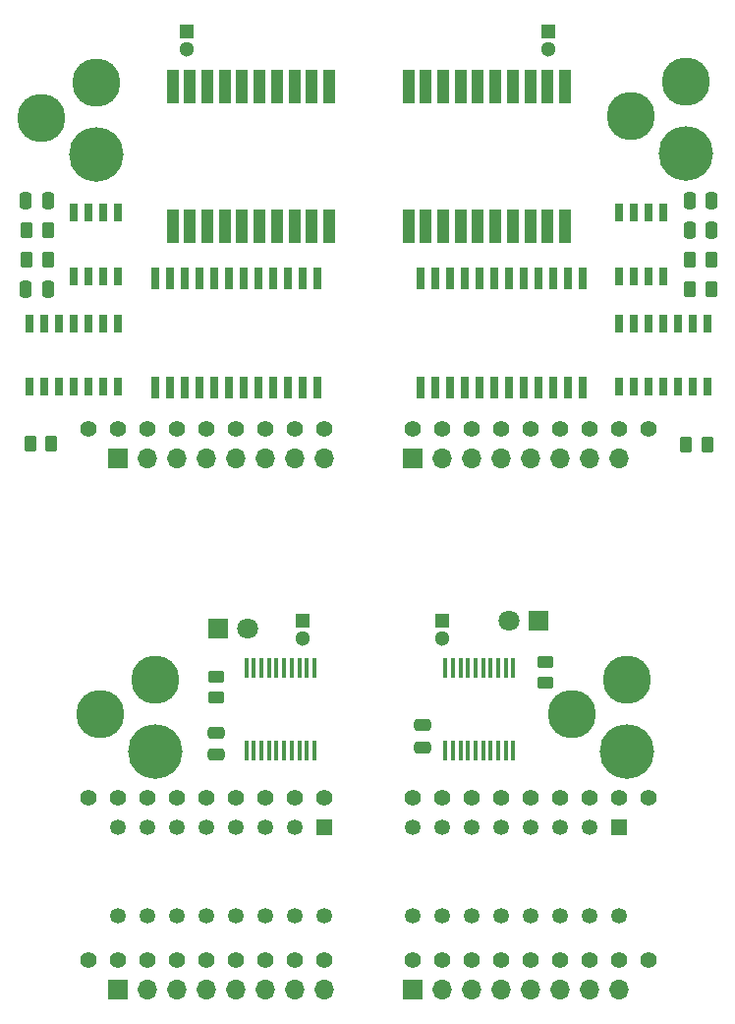
<source format=gbr>
%TF.GenerationSoftware,KiCad,Pcbnew,(6.0.5)*%
%TF.CreationDate,2022-08-15T12:20:47+02:00*%
%TF.ProjectId,Bus Tester,42757320-5465-4737-9465-722e6b696361,rev?*%
%TF.SameCoordinates,Original*%
%TF.FileFunction,Soldermask,Top*%
%TF.FilePolarity,Negative*%
%FSLAX46Y46*%
G04 Gerber Fmt 4.6, Leading zero omitted, Abs format (unit mm)*
G04 Created by KiCad (PCBNEW (6.0.5)) date 2022-08-15 12:20:47*
%MOMM*%
%LPD*%
G01*
G04 APERTURE LIST*
G04 Aperture macros list*
%AMRoundRect*
0 Rectangle with rounded corners*
0 $1 Rounding radius*
0 $2 $3 $4 $5 $6 $7 $8 $9 X,Y pos of 4 corners*
0 Add a 4 corners polygon primitive as box body*
4,1,4,$2,$3,$4,$5,$6,$7,$8,$9,$2,$3,0*
0 Add four circle primitives for the rounded corners*
1,1,$1+$1,$2,$3*
1,1,$1+$1,$4,$5*
1,1,$1+$1,$6,$7*
1,1,$1+$1,$8,$9*
0 Add four rect primitives between the rounded corners*
20,1,$1+$1,$2,$3,$4,$5,0*
20,1,$1+$1,$4,$5,$6,$7,0*
20,1,$1+$1,$6,$7,$8,$9,0*
20,1,$1+$1,$8,$9,$2,$3,0*%
G04 Aperture macros list end*
%ADD10R,0.650000X1.550000*%
%ADD11RoundRect,0.250000X-0.475000X0.250000X-0.475000X-0.250000X0.475000X-0.250000X0.475000X0.250000X0*%
%ADD12R,0.650000X1.925000*%
%ADD13RoundRect,0.250000X0.262500X0.450000X-0.262500X0.450000X-0.262500X-0.450000X0.262500X-0.450000X0*%
%ADD14C,1.400000*%
%ADD15R,1.300000X1.300000*%
%ADD16C,1.300000*%
%ADD17C,4.700000*%
%ADD18C,4.150000*%
%ADD19RoundRect,0.250000X-0.250000X-0.475000X0.250000X-0.475000X0.250000X0.475000X-0.250000X0.475000X0*%
%ADD20RoundRect,0.250000X-0.262500X-0.450000X0.262500X-0.450000X0.262500X0.450000X-0.262500X0.450000X0*%
%ADD21R,0.450000X1.800000*%
%ADD22RoundRect,0.250000X0.450000X-0.262500X0.450000X0.262500X-0.450000X0.262500X-0.450000X-0.262500X0*%
%ADD23R,1.800000X1.800000*%
%ADD24C,1.800000*%
%ADD25RoundRect,0.250000X0.250000X0.475000X-0.250000X0.475000X-0.250000X-0.475000X0.250000X-0.475000X0*%
%ADD26R,1.000000X3.000000*%
%ADD27R,1.350000X1.350000*%
%ADD28C,1.350000*%
%ADD29R,1.700000X1.700000*%
%ADD30O,1.700000X1.700000*%
G04 APERTURE END LIST*
D10*
%TO.C,IC8*%
X68580000Y-50667500D03*
X69850000Y-50667500D03*
X71120000Y-50667500D03*
X72390000Y-50667500D03*
X73660000Y-50667500D03*
X74930000Y-50667500D03*
X76200000Y-50667500D03*
X76200000Y-45217500D03*
X74930000Y-45217500D03*
X73660000Y-45217500D03*
X72390000Y-45217500D03*
X71120000Y-45217500D03*
X69850000Y-45217500D03*
X68580000Y-45217500D03*
%TD*%
D11*
%TO.C,C3*%
X51625500Y-79774500D03*
X51625500Y-81674500D03*
%TD*%
D12*
%TO.C,IC6*%
X51435000Y-50749500D03*
X52705000Y-50749500D03*
X53975000Y-50749500D03*
X55245000Y-50749500D03*
X56515000Y-50749500D03*
X57785000Y-50749500D03*
X59055000Y-50749500D03*
X60325000Y-50749500D03*
X61595000Y-50749500D03*
X62865000Y-50749500D03*
X64135000Y-50749500D03*
X65405000Y-50749500D03*
X65405000Y-41325500D03*
X64135000Y-41325500D03*
X62865000Y-41325500D03*
X61595000Y-41325500D03*
X60325000Y-41325500D03*
X59055000Y-41325500D03*
X57785000Y-41325500D03*
X56515000Y-41325500D03*
X55245000Y-41325500D03*
X53975000Y-41325500D03*
X52705000Y-41325500D03*
X51435000Y-41325500D03*
%TD*%
D13*
%TO.C,R6*%
X19327500Y-37157500D03*
X17502500Y-37157500D03*
%TD*%
D14*
%TO.C,RN1*%
X22860000Y-100012500D03*
X25400000Y-100012500D03*
X27940000Y-100012500D03*
X30480000Y-100012500D03*
X33020000Y-100012500D03*
X35560000Y-100012500D03*
X38100000Y-100012500D03*
X40640000Y-100012500D03*
X43180000Y-100012500D03*
%TD*%
D15*
%TO.C,C7*%
X31305500Y-20066000D03*
D16*
X31305500Y-21566000D03*
%TD*%
D10*
%TO.C,IC3*%
X21590000Y-41142500D03*
X22860000Y-41142500D03*
X24130000Y-41142500D03*
X25400000Y-41142500D03*
X25400000Y-35692500D03*
X24130000Y-35692500D03*
X22860000Y-35692500D03*
X21590000Y-35692500D03*
%TD*%
D17*
%TO.C,J8*%
X74295000Y-30594300D03*
D18*
X69595000Y-27394300D03*
X74295000Y-24394300D03*
%TD*%
D19*
%TO.C,C10*%
X74631000Y-37147500D03*
X76531000Y-37147500D03*
%TD*%
D20*
%TO.C,R5*%
X17502500Y-39677500D03*
X19327500Y-39677500D03*
%TD*%
D21*
%TO.C,IC2*%
X53590000Y-81972500D03*
X54240000Y-81972500D03*
X54890000Y-81972500D03*
X55540000Y-81972500D03*
X56190000Y-81972500D03*
X56840000Y-81972500D03*
X57490000Y-81972500D03*
X58140000Y-81972500D03*
X58790000Y-81972500D03*
X59440000Y-81972500D03*
X59440000Y-74872500D03*
X58790000Y-74872500D03*
X58140000Y-74872500D03*
X57490000Y-74872500D03*
X56840000Y-74872500D03*
X56190000Y-74872500D03*
X55540000Y-74872500D03*
X54890000Y-74872500D03*
X54240000Y-74872500D03*
X53590000Y-74872500D03*
%TD*%
D20*
%TO.C,R8*%
X74335000Y-55616000D03*
X76160000Y-55616000D03*
%TD*%
D19*
%TO.C,C9*%
X74631000Y-34607500D03*
X76531000Y-34607500D03*
%TD*%
D22*
%TO.C,R1*%
X33835500Y-77430000D03*
X33835500Y-75605000D03*
%TD*%
D17*
%TO.C,J4*%
X69215000Y-82029300D03*
D18*
X64515000Y-78829300D03*
X69215000Y-75829300D03*
%TD*%
D23*
%TO.C,LED1*%
X61595000Y-70802500D03*
D24*
X59055000Y-70802500D03*
%TD*%
D22*
%TO.C,R2*%
X62220000Y-76160000D03*
X62220000Y-74335000D03*
%TD*%
D25*
%TO.C,C5*%
X19349000Y-42227500D03*
X17449000Y-42227500D03*
%TD*%
D26*
%TO.C,DS3*%
X30080000Y-36797500D03*
X31580000Y-36797500D03*
X33080000Y-36797500D03*
X34580000Y-36797500D03*
X36080000Y-36797500D03*
X37580000Y-36797500D03*
X39080000Y-36797500D03*
X40580000Y-36797500D03*
X42080000Y-36797500D03*
X43580000Y-36797500D03*
X43580000Y-24797500D03*
X42080000Y-24797500D03*
X40580000Y-24797500D03*
X39080000Y-24797500D03*
X37580000Y-24797500D03*
X36080000Y-24797500D03*
X34580000Y-24797500D03*
X33080000Y-24797500D03*
X31580000Y-24797500D03*
X30080000Y-24797500D03*
%TD*%
D14*
%TO.C,RN7*%
X22860000Y-54292500D03*
X25400000Y-54292500D03*
X27940000Y-54292500D03*
X30480000Y-54292500D03*
X33020000Y-54292500D03*
X35560000Y-54292500D03*
X38100000Y-54292500D03*
X40640000Y-54292500D03*
X43180000Y-54292500D03*
%TD*%
%TO.C,RN10*%
X50800000Y-54292500D03*
X53340000Y-54292500D03*
X55880000Y-54292500D03*
X58420000Y-54292500D03*
X60960000Y-54292500D03*
X63500000Y-54292500D03*
X66040000Y-54292500D03*
X68580000Y-54292500D03*
X71120000Y-54292500D03*
%TD*%
D25*
%TO.C,C6*%
X19349000Y-34607500D03*
X17449000Y-34607500D03*
%TD*%
D27*
%TO.C,DS2*%
X68580000Y-88582500D03*
D28*
X66040000Y-88582500D03*
X63500000Y-88582500D03*
X60960000Y-88582500D03*
X58420000Y-88582500D03*
X55880000Y-88582500D03*
X53340000Y-88582500D03*
X50800000Y-88582500D03*
X50800000Y-96202500D03*
X53340000Y-96202500D03*
X55880000Y-96202500D03*
X58420000Y-96202500D03*
X60960000Y-96202500D03*
X63500000Y-96202500D03*
X66040000Y-96202500D03*
X68580000Y-96202500D03*
%TD*%
D11*
%TO.C,C1*%
X33845500Y-80409500D03*
X33845500Y-82309500D03*
%TD*%
D23*
%TO.C,LED2*%
X33972500Y-71437500D03*
D24*
X36512500Y-71437500D03*
%TD*%
D17*
%TO.C,J5*%
X23495000Y-30686500D03*
D18*
X18795000Y-27486500D03*
X23495000Y-24486500D03*
%TD*%
D21*
%TO.C,IC1*%
X36445000Y-81972500D03*
X37095000Y-81972500D03*
X37745000Y-81972500D03*
X38395000Y-81972500D03*
X39045000Y-81972500D03*
X39695000Y-81972500D03*
X40345000Y-81972500D03*
X40995000Y-81972500D03*
X41645000Y-81972500D03*
X42295000Y-81972500D03*
X42295000Y-74872500D03*
X41645000Y-74872500D03*
X40995000Y-74872500D03*
X40345000Y-74872500D03*
X39695000Y-74872500D03*
X39045000Y-74872500D03*
X38395000Y-74872500D03*
X37745000Y-74872500D03*
X37095000Y-74872500D03*
X36445000Y-74872500D03*
%TD*%
D14*
%TO.C,RN2*%
X22860000Y-86042500D03*
X25400000Y-86042500D03*
X27940000Y-86042500D03*
X30480000Y-86042500D03*
X33020000Y-86042500D03*
X35560000Y-86042500D03*
X38100000Y-86042500D03*
X40640000Y-86042500D03*
X43180000Y-86042500D03*
%TD*%
D10*
%TO.C,IC5*%
X17780000Y-50667500D03*
X19050000Y-50667500D03*
X20320000Y-50667500D03*
X21590000Y-50667500D03*
X22860000Y-50667500D03*
X24130000Y-50667500D03*
X25400000Y-50667500D03*
X25400000Y-45217500D03*
X24130000Y-45217500D03*
X22860000Y-45217500D03*
X21590000Y-45217500D03*
X20320000Y-45217500D03*
X19050000Y-45217500D03*
X17780000Y-45217500D03*
%TD*%
D27*
%TO.C,DS1*%
X43180000Y-88584500D03*
D28*
X40640000Y-88584500D03*
X38100000Y-88584500D03*
X35560000Y-88584500D03*
X33020000Y-88584500D03*
X30480000Y-88584500D03*
X27940000Y-88584500D03*
X25400000Y-88584500D03*
X25400000Y-96204500D03*
X27940000Y-96204500D03*
X30480000Y-96204500D03*
X33020000Y-96204500D03*
X35560000Y-96204500D03*
X38100000Y-96204500D03*
X40640000Y-96204500D03*
X43180000Y-96204500D03*
%TD*%
D15*
%TO.C,C2*%
X41275000Y-70802500D03*
D16*
X41275000Y-72302500D03*
%TD*%
D17*
%TO.C,J2*%
X28575000Y-82029300D03*
D18*
X23875000Y-78829300D03*
X28575000Y-75829300D03*
%TD*%
D13*
%TO.C,R10*%
X76477500Y-42237500D03*
X74652500Y-42237500D03*
%TD*%
D15*
%TO.C,C8*%
X62420500Y-20066000D03*
D16*
X62420500Y-21566000D03*
%TD*%
D14*
%TO.C,RN3*%
X50800000Y-100012500D03*
X53340000Y-100012500D03*
X55880000Y-100012500D03*
X58420000Y-100012500D03*
X60960000Y-100012500D03*
X63500000Y-100012500D03*
X66040000Y-100012500D03*
X68580000Y-100012500D03*
X71120000Y-100012500D03*
%TD*%
D12*
%TO.C,IC4*%
X28575000Y-50749500D03*
X29845000Y-50749500D03*
X31115000Y-50749500D03*
X32385000Y-50749500D03*
X33655000Y-50749500D03*
X34925000Y-50749500D03*
X36195000Y-50749500D03*
X37465000Y-50749500D03*
X38735000Y-50749500D03*
X40005000Y-50749500D03*
X41275000Y-50749500D03*
X42545000Y-50749500D03*
X42545000Y-41325500D03*
X41275000Y-41325500D03*
X40005000Y-41325500D03*
X38735000Y-41325500D03*
X37465000Y-41325500D03*
X36195000Y-41325500D03*
X34925000Y-41325500D03*
X33655000Y-41325500D03*
X32385000Y-41325500D03*
X31115000Y-41325500D03*
X29845000Y-41325500D03*
X28575000Y-41325500D03*
%TD*%
D15*
%TO.C,C4*%
X53340000Y-70802500D03*
D16*
X53340000Y-72302500D03*
%TD*%
D20*
%TO.C,R9*%
X74652500Y-39677500D03*
X76477500Y-39677500D03*
%TD*%
D10*
%TO.C,IC7*%
X68580000Y-41142500D03*
X69850000Y-41142500D03*
X71120000Y-41142500D03*
X72390000Y-41142500D03*
X72390000Y-35692500D03*
X71120000Y-35692500D03*
X69850000Y-35692500D03*
X68580000Y-35692500D03*
%TD*%
D13*
%TO.C,R4*%
X19645000Y-55572500D03*
X17820000Y-55572500D03*
%TD*%
D14*
%TO.C,RN4*%
X50800000Y-86042500D03*
X53340000Y-86042500D03*
X55880000Y-86042500D03*
X58420000Y-86042500D03*
X60960000Y-86042500D03*
X63500000Y-86042500D03*
X66040000Y-86042500D03*
X68580000Y-86042500D03*
X71120000Y-86042500D03*
%TD*%
D26*
%TO.C,DS4*%
X50400000Y-36797500D03*
X51900000Y-36797500D03*
X53400000Y-36797500D03*
X54900000Y-36797500D03*
X56400000Y-36797500D03*
X57900000Y-36797500D03*
X59400000Y-36797500D03*
X60900000Y-36797500D03*
X62400000Y-36797500D03*
X63900000Y-36797500D03*
X63900000Y-24797500D03*
X62400000Y-24797500D03*
X60900000Y-24797500D03*
X59400000Y-24797500D03*
X57900000Y-24797500D03*
X56400000Y-24797500D03*
X54900000Y-24797500D03*
X53400000Y-24797500D03*
X51900000Y-24797500D03*
X50400000Y-24797500D03*
%TD*%
D29*
%TO.C,J1*%
X25400000Y-102552500D03*
D30*
X27940000Y-102552500D03*
X30480000Y-102552500D03*
X33020000Y-102552500D03*
X35560000Y-102552500D03*
X38100000Y-102552500D03*
X40640000Y-102552500D03*
X43180000Y-102552500D03*
%TD*%
D29*
%TO.C,J7*%
X50800000Y-56832500D03*
D30*
X53340000Y-56832500D03*
X55880000Y-56832500D03*
X58420000Y-56832500D03*
X60960000Y-56832500D03*
X63500000Y-56832500D03*
X66040000Y-56832500D03*
X68580000Y-56832500D03*
%TD*%
D29*
%TO.C,J6*%
X25400000Y-56832500D03*
D30*
X27940000Y-56832500D03*
X30480000Y-56832500D03*
X33020000Y-56832500D03*
X35560000Y-56832500D03*
X38100000Y-56832500D03*
X40640000Y-56832500D03*
X43180000Y-56832500D03*
%TD*%
D29*
%TO.C,J3*%
X50800000Y-102552500D03*
D30*
X53340000Y-102552500D03*
X55880000Y-102552500D03*
X58420000Y-102552500D03*
X60960000Y-102552500D03*
X63500000Y-102552500D03*
X66040000Y-102552500D03*
X68580000Y-102552500D03*
%TD*%
M02*

</source>
